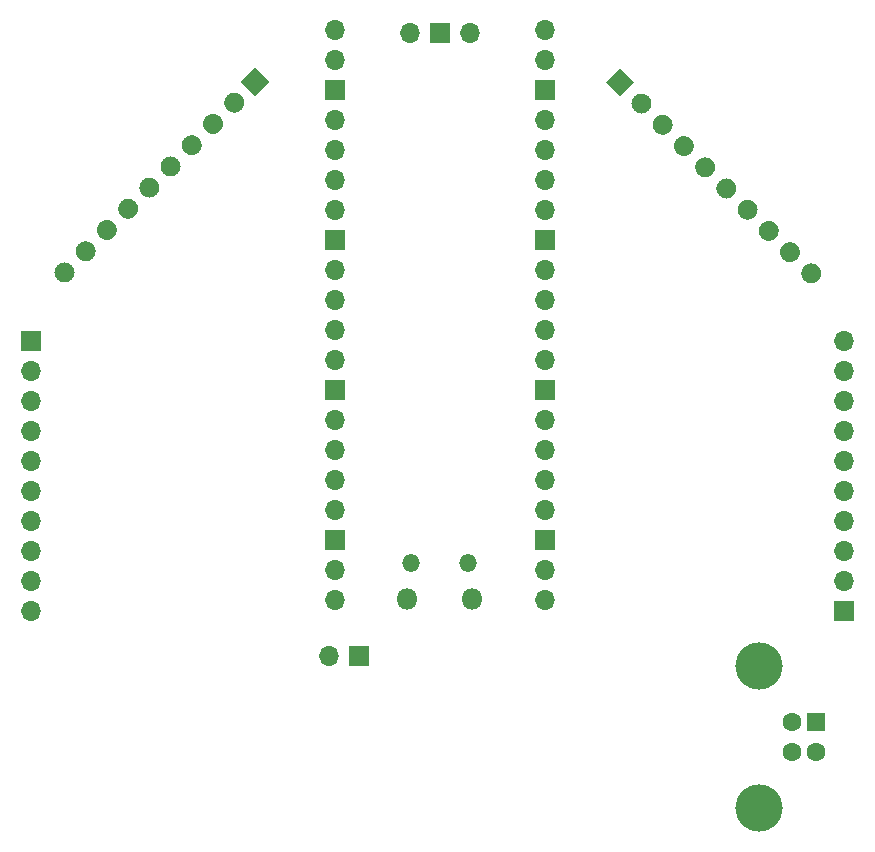
<source format=gbr>
%TF.GenerationSoftware,KiCad,Pcbnew,(5.1.8)-1*%
%TF.CreationDate,2021-12-10T09:06:31+01:00*%
%TF.ProjectId,FirePlace_V1,46697265-506c-4616-9365-5f56312e6b69,rev?*%
%TF.SameCoordinates,Original*%
%TF.FileFunction,Soldermask,Bot*%
%TF.FilePolarity,Negative*%
%FSLAX46Y46*%
G04 Gerber Fmt 4.6, Leading zero omitted, Abs format (unit mm)*
G04 Created by KiCad (PCBNEW (5.1.8)-1) date 2021-12-10 09:06:31*
%MOMM*%
%LPD*%
G01*
G04 APERTURE LIST*
%ADD10C,4.000000*%
%ADD11C,1.600000*%
%ADD12R,1.600000X1.600000*%
%ADD13O,1.700000X1.700000*%
%ADD14R,1.700000X1.700000*%
%ADD15C,0.100000*%
%ADD16O,1.500000X1.500000*%
%ADD17O,1.800000X1.800000*%
G04 APERTURE END LIST*
D10*
%TO.C,K5*%
X81127600Y-78765400D03*
X81127600Y-90765400D03*
D11*
X83987600Y-83515400D03*
X83987600Y-86015400D03*
X85987600Y-86015400D03*
D12*
X85987600Y-83515400D03*
%TD*%
D13*
%TO.C,K6*%
X44780200Y-77851000D03*
D14*
X47320200Y-77851000D03*
%TD*%
%TO.C,K4*%
G36*
G01*
X21750959Y-44814159D02*
X21750959Y-44814159D01*
G75*
G02*
X22953041Y-44814159I601041J-601041D01*
G01*
X22953041Y-44814159D01*
G75*
G02*
X22953041Y-46016241I-601041J-601041D01*
G01*
X22953041Y-46016241D01*
G75*
G02*
X21750959Y-46016241I-601041J601041D01*
G01*
X21750959Y-46016241D01*
G75*
G02*
X21750959Y-44814159I601041J601041D01*
G01*
G37*
G36*
G01*
X23547010Y-43018108D02*
X23547010Y-43018108D01*
G75*
G02*
X24749092Y-43018108I601041J-601041D01*
G01*
X24749092Y-43018108D01*
G75*
G02*
X24749092Y-44220190I-601041J-601041D01*
G01*
X24749092Y-44220190D01*
G75*
G02*
X23547010Y-44220190I-601041J601041D01*
G01*
X23547010Y-44220190D01*
G75*
G02*
X23547010Y-43018108I601041J601041D01*
G01*
G37*
G36*
G01*
X25343061Y-41222057D02*
X25343061Y-41222057D01*
G75*
G02*
X26545143Y-41222057I601041J-601041D01*
G01*
X26545143Y-41222057D01*
G75*
G02*
X26545143Y-42424139I-601041J-601041D01*
G01*
X26545143Y-42424139D01*
G75*
G02*
X25343061Y-42424139I-601041J601041D01*
G01*
X25343061Y-42424139D01*
G75*
G02*
X25343061Y-41222057I601041J601041D01*
G01*
G37*
G36*
G01*
X27139113Y-39426005D02*
X27139113Y-39426005D01*
G75*
G02*
X28341195Y-39426005I601041J-601041D01*
G01*
X28341195Y-39426005D01*
G75*
G02*
X28341195Y-40628087I-601041J-601041D01*
G01*
X28341195Y-40628087D01*
G75*
G02*
X27139113Y-40628087I-601041J601041D01*
G01*
X27139113Y-40628087D01*
G75*
G02*
X27139113Y-39426005I601041J601041D01*
G01*
G37*
G36*
G01*
X28935164Y-37629954D02*
X28935164Y-37629954D01*
G75*
G02*
X30137246Y-37629954I601041J-601041D01*
G01*
X30137246Y-37629954D01*
G75*
G02*
X30137246Y-38832036I-601041J-601041D01*
G01*
X30137246Y-38832036D01*
G75*
G02*
X28935164Y-38832036I-601041J601041D01*
G01*
X28935164Y-38832036D01*
G75*
G02*
X28935164Y-37629954I601041J601041D01*
G01*
G37*
G36*
G01*
X30731215Y-35833903D02*
X30731215Y-35833903D01*
G75*
G02*
X31933297Y-35833903I601041J-601041D01*
G01*
X31933297Y-35833903D01*
G75*
G02*
X31933297Y-37035985I-601041J-601041D01*
G01*
X31933297Y-37035985D01*
G75*
G02*
X30731215Y-37035985I-601041J601041D01*
G01*
X30731215Y-37035985D01*
G75*
G02*
X30731215Y-35833903I601041J601041D01*
G01*
G37*
G36*
G01*
X32527266Y-34037852D02*
X32527266Y-34037852D01*
G75*
G02*
X33729348Y-34037852I601041J-601041D01*
G01*
X33729348Y-34037852D01*
G75*
G02*
X33729348Y-35239934I-601041J-601041D01*
G01*
X33729348Y-35239934D01*
G75*
G02*
X32527266Y-35239934I-601041J601041D01*
G01*
X32527266Y-35239934D01*
G75*
G02*
X32527266Y-34037852I601041J601041D01*
G01*
G37*
G36*
G01*
X34323318Y-32241800D02*
X34323318Y-32241800D01*
G75*
G02*
X35525400Y-32241800I601041J-601041D01*
G01*
X35525400Y-32241800D01*
G75*
G02*
X35525400Y-33443882I-601041J-601041D01*
G01*
X35525400Y-33443882D01*
G75*
G02*
X34323318Y-33443882I-601041J601041D01*
G01*
X34323318Y-33443882D01*
G75*
G02*
X34323318Y-32241800I601041J601041D01*
G01*
G37*
G36*
G01*
X36119369Y-30445749D02*
X36119369Y-30445749D01*
G75*
G02*
X37321451Y-30445749I601041J-601041D01*
G01*
X37321451Y-30445749D01*
G75*
G02*
X37321451Y-31647831I-601041J-601041D01*
G01*
X37321451Y-31647831D01*
G75*
G02*
X36119369Y-31647831I-601041J601041D01*
G01*
X36119369Y-31647831D01*
G75*
G02*
X36119369Y-30445749I601041J601041D01*
G01*
G37*
D15*
G36*
X37314379Y-29250739D02*
G01*
X38516461Y-28048657D01*
X39718543Y-29250739D01*
X38516461Y-30452821D01*
X37314379Y-29250739D01*
G37*
%TD*%
D13*
%TO.C,K3*%
X19507200Y-74066400D03*
X19507200Y-71526400D03*
X19507200Y-68986400D03*
X19507200Y-66446400D03*
X19507200Y-63906400D03*
X19507200Y-61366400D03*
X19507200Y-58826400D03*
X19507200Y-56286400D03*
X19507200Y-53746400D03*
D14*
X19507200Y-51206400D03*
%TD*%
%TO.C,K2*%
G36*
G01*
X84971559Y-46092441D02*
X84971559Y-46092441D01*
G75*
G02*
X84971559Y-44890359I601041J601041D01*
G01*
X84971559Y-44890359D01*
G75*
G02*
X86173641Y-44890359I601041J-601041D01*
G01*
X86173641Y-44890359D01*
G75*
G02*
X86173641Y-46092441I-601041J-601041D01*
G01*
X86173641Y-46092441D01*
G75*
G02*
X84971559Y-46092441I-601041J601041D01*
G01*
G37*
G36*
G01*
X83175508Y-44296390D02*
X83175508Y-44296390D01*
G75*
G02*
X83175508Y-43094308I601041J601041D01*
G01*
X83175508Y-43094308D01*
G75*
G02*
X84377590Y-43094308I601041J-601041D01*
G01*
X84377590Y-43094308D01*
G75*
G02*
X84377590Y-44296390I-601041J-601041D01*
G01*
X84377590Y-44296390D01*
G75*
G02*
X83175508Y-44296390I-601041J601041D01*
G01*
G37*
G36*
G01*
X81379457Y-42500339D02*
X81379457Y-42500339D01*
G75*
G02*
X81379457Y-41298257I601041J601041D01*
G01*
X81379457Y-41298257D01*
G75*
G02*
X82581539Y-41298257I601041J-601041D01*
G01*
X82581539Y-41298257D01*
G75*
G02*
X82581539Y-42500339I-601041J-601041D01*
G01*
X82581539Y-42500339D01*
G75*
G02*
X81379457Y-42500339I-601041J601041D01*
G01*
G37*
G36*
G01*
X79583405Y-40704287D02*
X79583405Y-40704287D01*
G75*
G02*
X79583405Y-39502205I601041J601041D01*
G01*
X79583405Y-39502205D01*
G75*
G02*
X80785487Y-39502205I601041J-601041D01*
G01*
X80785487Y-39502205D01*
G75*
G02*
X80785487Y-40704287I-601041J-601041D01*
G01*
X80785487Y-40704287D01*
G75*
G02*
X79583405Y-40704287I-601041J601041D01*
G01*
G37*
G36*
G01*
X77787354Y-38908236D02*
X77787354Y-38908236D01*
G75*
G02*
X77787354Y-37706154I601041J601041D01*
G01*
X77787354Y-37706154D01*
G75*
G02*
X78989436Y-37706154I601041J-601041D01*
G01*
X78989436Y-37706154D01*
G75*
G02*
X78989436Y-38908236I-601041J-601041D01*
G01*
X78989436Y-38908236D01*
G75*
G02*
X77787354Y-38908236I-601041J601041D01*
G01*
G37*
G36*
G01*
X75991303Y-37112185D02*
X75991303Y-37112185D01*
G75*
G02*
X75991303Y-35910103I601041J601041D01*
G01*
X75991303Y-35910103D01*
G75*
G02*
X77193385Y-35910103I601041J-601041D01*
G01*
X77193385Y-35910103D01*
G75*
G02*
X77193385Y-37112185I-601041J-601041D01*
G01*
X77193385Y-37112185D01*
G75*
G02*
X75991303Y-37112185I-601041J601041D01*
G01*
G37*
G36*
G01*
X74195252Y-35316134D02*
X74195252Y-35316134D01*
G75*
G02*
X74195252Y-34114052I601041J601041D01*
G01*
X74195252Y-34114052D01*
G75*
G02*
X75397334Y-34114052I601041J-601041D01*
G01*
X75397334Y-34114052D01*
G75*
G02*
X75397334Y-35316134I-601041J-601041D01*
G01*
X75397334Y-35316134D01*
G75*
G02*
X74195252Y-35316134I-601041J601041D01*
G01*
G37*
G36*
G01*
X72399200Y-33520082D02*
X72399200Y-33520082D01*
G75*
G02*
X72399200Y-32318000I601041J601041D01*
G01*
X72399200Y-32318000D01*
G75*
G02*
X73601282Y-32318000I601041J-601041D01*
G01*
X73601282Y-32318000D01*
G75*
G02*
X73601282Y-33520082I-601041J-601041D01*
G01*
X73601282Y-33520082D01*
G75*
G02*
X72399200Y-33520082I-601041J601041D01*
G01*
G37*
G36*
G01*
X70603149Y-31724031D02*
X70603149Y-31724031D01*
G75*
G02*
X70603149Y-30521949I601041J601041D01*
G01*
X70603149Y-30521949D01*
G75*
G02*
X71805231Y-30521949I601041J-601041D01*
G01*
X71805231Y-30521949D01*
G75*
G02*
X71805231Y-31724031I-601041J-601041D01*
G01*
X71805231Y-31724031D01*
G75*
G02*
X70603149Y-31724031I-601041J601041D01*
G01*
G37*
D15*
G36*
X69408139Y-30529021D02*
G01*
X68206057Y-29326939D01*
X69408139Y-28124857D01*
X70610221Y-29326939D01*
X69408139Y-30529021D01*
G37*
%TD*%
D13*
%TO.C,K1*%
X88392000Y-51206400D03*
X88392000Y-53746400D03*
X88392000Y-56286400D03*
X88392000Y-58826400D03*
X88392000Y-61366400D03*
X88392000Y-63906400D03*
X88392000Y-66446400D03*
X88392000Y-68986400D03*
X88392000Y-71526400D03*
D14*
X88392000Y-74066400D03*
%TD*%
D13*
%TO.C,U1*%
X51574700Y-25134700D03*
D14*
X54114700Y-25134700D03*
D13*
X56654700Y-25134700D03*
D16*
X51689700Y-70004700D03*
X56539700Y-70004700D03*
D17*
X51389700Y-73034700D03*
X56839700Y-73034700D03*
D13*
X45224700Y-73164700D03*
X45224700Y-70624700D03*
D14*
X45224700Y-68084700D03*
D13*
X45224700Y-65544700D03*
X45224700Y-63004700D03*
X45224700Y-60464700D03*
X45224700Y-57924700D03*
D14*
X45224700Y-55384700D03*
D13*
X45224700Y-52844700D03*
X45224700Y-50304700D03*
X45224700Y-47764700D03*
X45224700Y-45224700D03*
D14*
X45224700Y-42684700D03*
D13*
X45224700Y-40144700D03*
X45224700Y-37604700D03*
X45224700Y-35064700D03*
X45224700Y-32524700D03*
D14*
X45224700Y-29984700D03*
D13*
X45224700Y-27444700D03*
X45224700Y-24904700D03*
X63004700Y-24904700D03*
X63004700Y-27444700D03*
D14*
X63004700Y-29984700D03*
D13*
X63004700Y-32524700D03*
X63004700Y-35064700D03*
X63004700Y-37604700D03*
X63004700Y-40144700D03*
D14*
X63004700Y-42684700D03*
D13*
X63004700Y-45224700D03*
X63004700Y-47764700D03*
X63004700Y-50304700D03*
X63004700Y-52844700D03*
D14*
X63004700Y-55384700D03*
D13*
X63004700Y-57924700D03*
X63004700Y-60464700D03*
X63004700Y-63004700D03*
X63004700Y-65544700D03*
D14*
X63004700Y-68084700D03*
D13*
X63004700Y-70624700D03*
X63004700Y-73164700D03*
%TD*%
M02*

</source>
